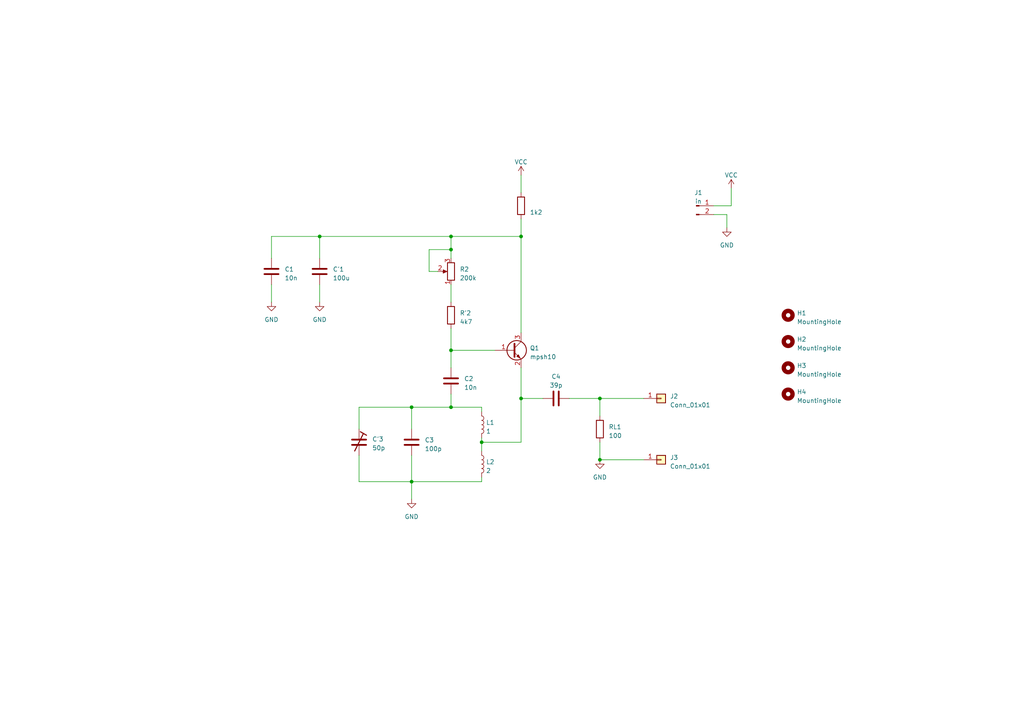
<source format=kicad_sch>
(kicad_sch (version 20230121) (generator eeschema)
  (paper "A4")
  (lib_symbols
    (symbol "Connector:Conn_01x02_Pin" (pin_names (offset 1.016) hide)
      (property "Reference" "J" (at 0 2.54 0))
      (property "Value" "Conn_01x02_Pin" (at 0 -5.08 0))
      (symbol "Conn_01x02_Pin_1_1"
        (polyline (pts (xy 1.27 -2.54) (xy 0.8636 -2.54)) (stroke (width 0.1524)))
        (polyline (pts (xy 1.27 0) (xy 0.8636 0)) (stroke (width 0.1524)))
        (rectangle (start 0.8636 -2.413) (end 0 -2.667) (stroke (width 0.1524)) (fill (type outline)))
        (rectangle (start 0.8636 0.127) (end 0 -0.127) (stroke (width 0.1524)) (fill (type outline)))
        (pin passive line (at 5.08 0 180) (length 3.81) (name "Pin_1") (number "1"))
        (pin passive line (at 5.08 -2.54 180) (length 3.81) (name "Pin_2") (number "2"))
      )
    )
    (symbol "Connector_Generic:Conn_01x01" (pin_names (offset 1.016) hide)
      (property "Reference" "J" (at 0 2.54 0))
      (property "Value" "Conn_01x01" (at 0 -2.54 0))
      (symbol "Conn_01x01_1_1"
        (rectangle (start -1.27 0.127) (end 0 -0.127) (stroke (width 0.1524)))
        (rectangle (start -1.27 1.27) (end 1.27 -1.27) (stroke (width 0.254)) (fill (type background)))
        (pin passive line (at -5.08 0 0) (length 3.81) (name "Pin_1") (number "1"))
      )
    )
    (symbol "Device:C" (pin_numbers hide) (pin_names (offset 0.254))
      (property "Reference" "C" (at 0.635 2.54 0))
      (property "Value" "C" (at 0.635 -2.54 0))
      (symbol "C_0_1"
        (polyline (pts (xy -2.032 -0.762) (xy 2.032 -0.762)) (stroke (width 0.508)))
        (polyline (pts (xy -2.032 0.762) (xy 2.032 0.762)) (stroke (width 0.508)))
      )
      (symbol "C_1_1"
        (pin passive line (at 0 3.81 270) (length 2.794) (name "~") (number "1"))
        (pin passive line (at 0 -3.81 90) (length 2.794) (name "~") (number "2"))
      )
    )
    (symbol "Device:C_Trim" (pin_numbers hide) (pin_names (offset 0.254) hide)
      (property "Reference" "C" (at 1.524 -2.032 0))
      (property "Value" "C_Trim" (at 3.048 -3.556 0))
      (symbol "C_Trim_0_1"
        (polyline (pts (xy -2.032 -0.762) (xy 2.032 -0.762)) (stroke (width 0.508)))
        (polyline (pts (xy -2.032 0.762) (xy 2.032 0.762)) (stroke (width 0.508)))
        (polyline (pts (xy 1.27 2.54) (xy -1.27 -2.54)) (stroke (width 0.3048)))
        (polyline (pts (xy 1.27 2.54) (xy 0.381 3.048)) (stroke (width 0.3048)))
        (polyline (pts (xy 1.27 2.54) (xy 2.159 2.032)) (stroke (width 0.3048)))
      )
      (symbol "C_Trim_1_1"
        (pin passive line (at 0 3.81 270) (length 3.048) (name "~") (number "1"))
        (pin passive line (at 0 -3.81 90) (length 3.048) (name "~") (number "2"))
      )
    )
    (symbol "Device:L" (pin_numbers hide) (pin_names (offset 1.016) hide)
      (property "Reference" "L" (at -1.27 0 90))
      (property "Value" "L" (at 1.905 0 90))
      (symbol "L_0_1"
        (arc (start 0 -2.54) (mid 0.6323 -1.905) (end 0 -1.27))
        (arc (start 0 -1.27) (mid 0.6323 -0.635) (end 0 0))
        (arc (start 0 0) (mid 0.6323 0.635) (end 0 1.27))
        (arc (start 0 1.27) (mid 0.6323 1.905) (end 0 2.54))
      )
      (symbol "L_1_1"
        (pin passive line (at 0 3.81 270) (length 1.27) (name "1") (number "1"))
        (pin passive line (at 0 -3.81 90) (length 1.27) (name "2") (number "2"))
      )
    )
    (symbol "Device:R" (pin_numbers hide) (pin_names (offset 0))
      (property "Reference" "R" (at 2.032 0 90))
      (property "Value" "R" (at 0 0 90))
      (symbol "R_0_1"
        (rectangle (start -1.016 -2.54) (end 1.016 2.54) (stroke (width 0.254)))
      )
      (symbol "R_1_1"
        (pin passive line (at 0 3.81 270) (length 1.27) (name "~") (number "1"))
        (pin passive line (at 0 -3.81 90) (length 1.27) (name "~") (number "2"))
      )
    )
    (symbol "Device:R_Potentiometer" (pin_names (offset 1.016) hide)
      (property "Reference" "RV" (at -4.445 0 90))
      (property "Value" "R_Potentiometer" (at -2.54 0 90))
      (symbol "R_Potentiometer_0_1"
        (polyline (pts (xy 2.54 0) (xy 1.524 0)))
        (polyline (pts (xy 1.143 0) (xy 2.286 0.508) (xy 2.286 -0.508) (xy 1.143 0)) (fill (type outline)))
        (rectangle (start 1.016 2.54) (end -1.016 -2.54) (stroke (width 0.254)))
      )
      (symbol "R_Potentiometer_1_1"
        (pin passive line (at 0 3.81 270) (length 1.27) (name "1") (number "1"))
        (pin passive line (at 3.81 0 180) (length 1.27) (name "2") (number "2"))
        (pin passive line (at 0 -3.81 90) (length 1.27) (name "3") (number "3"))
      )
    )
    (symbol "Mechanical:MountingHole" (pin_names (offset 1.016))
      (property "Reference" "H" (at 0 5.08 0))
      (property "Value" "MountingHole" (at 0 3.175 0))
      (symbol "MountingHole_0_1"
        (circle (center 0 0) (radius 1.27) (stroke (width 1.27)))
      )
    )
    (symbol "Transistor_BJT:BF459" (pin_names (offset 0) hide)
      (property "Reference" "Q1" (at 5.08 0.635 0))
      (property "Value" "mpsh10" (at 5.08 -1.905 0))
      (symbol "BF459_0_1"
        (polyline (pts (xy 0 0) (xy 0.635 0)))
        (polyline (pts (xy 0.635 0.635) (xy 2.54 2.54)))
        (polyline (pts (xy 0.635 -0.635) (xy 2.54 -2.54) (xy 2.54 -2.54)))
        (polyline (pts (xy 0.635 1.905) (xy 0.635 -1.905) (xy 0.635 -1.905)) (stroke (width 0.508)))
        (polyline (pts (xy 1.27 -1.778) (xy 1.778 -1.27) (xy 2.286 -2.286) (xy 1.27 -1.778) (xy 1.27 -1.778)) (fill (type outline)))
        (circle (center 1.27 0) (radius 2.8194) (stroke (width 0.254)))
      )
      (symbol "BF459_1_1"
        (pin input line (at -5.08 0 0) (length 5.08) (name "B") (number "1"))
        (pin passive line (at 2.54 -5.08 90) (length 2.54) (name "E") (number "2"))
        (pin passive line (at 2.54 5.08 270) (length 2.54) (name "C") (number "3"))
      )
    )
    (symbol "power:GND" (power) (pin_names (offset 0))
      (property "Value" "GND" (at 0 -3.81 0))
      (symbol "GND_0_1"
        (polyline (pts (xy 0 0) (xy 0 -1.27) (xy 1.27 -1.27) (xy 0 -2.54) (xy -1.27 -1.27) (xy 0 -1.27)))
      )
      (symbol "GND_1_1"
        (pin power_in line (at 0 0 270) (length 0) hide (name "GND") (number "1"))
      )
    )
    (symbol "power:VCC" (power) (pin_names (offset 0))
      (property "Value" "VCC" (at 0 3.81 0))
      (symbol "VCC_0_1"
        (polyline (pts (xy -0.762 1.27) (xy 0 2.54)))
        (polyline (pts (xy 0 0) (xy 0 2.54)))
        (polyline (pts (xy 0 2.54) (xy 0.762 1.27)))
      )
      (symbol "VCC_1_1"
        (pin power_in line (at 0 0 90) (length 0) hide (name "VCC") (number "1"))
      )
    )
  )
  (junction (at 151.13 115.57))
  (junction (at 139.7 128.27))
  (junction (at 130.81 72.39))
  (junction (at 130.81 68.58))
  (junction (at 130.81 118.11))
  (junction (at 119.38 118.11))
  (junction (at 173.99 115.57))
  (junction (at 130.81 101.6))
  (junction (at 151.13 68.58))
  (junction (at 119.38 139.7))
  (junction (at 173.99 133.35))
  (junction (at 92.71 68.58))
  (wire (pts (xy 78.74 68.58) (xy 92.71 68.58)))
  (wire (pts (xy 165.1 115.57) (xy 173.99 115.57)))
  (wire (pts (xy 119.38 118.11) (xy 119.38 124.46)))
  (wire (pts (xy 151.13 115.57) (xy 157.48 115.57)))
  (wire (pts (xy 130.81 68.58) (xy 130.81 72.39)))
  (wire (pts (xy 139.7 139.7) (xy 119.38 139.7)))
  (wire (pts (xy 92.71 68.58) (xy 130.81 68.58)))
  (wire (pts (xy 151.13 115.57) (xy 151.13 128.27)))
  (wire (pts (xy 151.13 63.5) (xy 151.13 68.58)))
  (wire (pts (xy 151.13 106.68) (xy 151.13 115.57)))
  (wire (pts (xy 130.81 68.58) (xy 151.13 68.58)))
  (wire (pts (xy 210.82 66.04) (xy 210.82 62.23)))
  (wire (pts (xy 139.7 127) (xy 139.7 128.27)))
  (wire (pts (xy 130.81 118.11) (xy 139.7 118.11)))
  (wire (pts (xy 173.99 115.57) (xy 186.69 115.57)))
  (wire (pts (xy 130.81 72.39) (xy 130.81 74.93)))
  (wire (pts (xy 127 78.74) (xy 124.46 78.74)))
  (wire (pts (xy 119.38 118.11) (xy 130.81 118.11)))
  (wire (pts (xy 139.7 138.43) (xy 139.7 139.7)))
  (wire (pts (xy 173.99 128.27) (xy 173.99 133.35)))
  (wire (pts (xy 119.38 139.7) (xy 119.38 144.78)))
  (wire (pts (xy 173.99 115.57) (xy 173.99 120.65)))
  (wire (pts (xy 104.14 139.7) (xy 104.14 132.08)))
  (wire (pts (xy 139.7 118.11) (xy 139.7 119.38)))
  (wire (pts (xy 130.81 95.25) (xy 130.81 101.6)))
  (wire (pts (xy 151.13 50.8) (xy 151.13 55.88)))
  (wire (pts (xy 119.38 139.7) (xy 104.14 139.7)))
  (wire (pts (xy 119.38 132.08) (xy 119.38 139.7)))
  (wire (pts (xy 92.71 82.55) (xy 92.71 87.63)))
  (wire (pts (xy 139.7 128.27) (xy 139.7 130.81)))
  (wire (pts (xy 78.74 82.55) (xy 78.74 87.63)))
  (wire (pts (xy 124.46 72.39) (xy 130.81 72.39)))
  (wire (pts (xy 124.46 78.74) (xy 124.46 72.39)))
  (wire (pts (xy 92.71 68.58) (xy 92.71 74.93)))
  (wire (pts (xy 212.09 59.69) (xy 212.09 54.61)))
  (wire (pts (xy 78.74 74.93) (xy 78.74 68.58)))
  (wire (pts (xy 104.14 118.11) (xy 119.38 118.11)))
  (wire (pts (xy 207.01 59.69) (xy 212.09 59.69)))
  (wire (pts (xy 151.13 128.27) (xy 139.7 128.27)))
  (wire (pts (xy 130.81 101.6) (xy 130.81 106.68)))
  (wire (pts (xy 130.81 82.55) (xy 130.81 87.63)))
  (wire (pts (xy 130.81 114.3) (xy 130.81 118.11)))
  (wire (pts (xy 173.99 133.35) (xy 186.69 133.35)))
  (wire (pts (xy 207.01 62.23) (xy 210.82 62.23)))
  (wire (pts (xy 151.13 96.52) (xy 151.13 68.58)))
  (wire (pts (xy 130.81 101.6) (xy 143.51 101.6)))
  (wire (pts (xy 104.14 124.46) (xy 104.14 118.11)))
  (symbol (lib_id "Mechanical:MountingHole") (at 228.6 114.3 0) (unit 1)
    (property "Reference" "H4" (at 231.14 113.665 0) (effects (justify left)))
    (property "Value" "MountingHole" (at 231.14 116.205 0) (effects (justify left)))
    (property "Footprint" "MountingHole:MountingHole_2.2mm_M2_DIN965_Pad" (effects hide))
  )
  (symbol (lib_id "Device:L") (at 139.7 123.19 0) (unit 1)
    (property "Reference" "L1" (at 140.97 122.555 0) (effects (justify left)))
    (property "Value" "1" (at 140.97 125.095 0) (effects (justify left)))
    (property "Footprint" "Inductor_THT:L_Axial_L7.0mm_D3.3mm_P5.08mm_Vertical_Fastron_MICC" (effects hide))
  )
  (symbol (lib_id "Device:R") (at 130.81 91.44 0) (unit 1)
    (property "Reference" "R'2" (at 133.35 90.805 0) (effects (justify left)))
    (property "Value" "4k7" (at 133.35 93.345 0) (effects (justify left)))
    (property "Footprint" "Resistor_THT:R_Axial_DIN0207_L6.3mm_D2.5mm_P7.62mm_Horizontal" (effects hide))
  )
  (symbol (lib_id "Connector_Generic:Conn_01x01") (at 191.77 115.57 0) (unit 1)
    (property "Reference" "J2" (at 194.31 114.935 0) (effects (justify left)))
    (property "Value" "Conn_01x01" (at 194.31 117.475 0) (effects (justify left)))
    (property "Footprint" "Connector_PinHeader_1.00mm:PinHeader_1x01_P1.00mm_Vertical" (effects hide))
  )
  (symbol (lib_id "Device:C") (at 161.29 115.57 90) (unit 1)
    (property "Reference" "C4" (at 161.29 109.22 90))
    (property "Value" "39p" (at 161.29 111.76 90))
    (property "Footprint" "Capacitor_THT:C_Disc_D7.5mm_W2.5mm_P5.00mm" (effects hide))
  )
  (symbol (lib_id "Device:C") (at 119.38 128.27 0) (unit 1)
    (property "Reference" "C3" (at 123.19 127.635 0) (effects (justify left)))
    (property "Value" "100p" (at 123.19 130.175 0) (effects (justify left)))
    (property "Footprint" "Capacitor_THT:C_Disc_D7.5mm_W2.5mm_P5.00mm" (effects hide))
  )
  (symbol (lib_id "Connector:Conn_01x02_Pin") (at 201.93 59.69 0) (unit 1)
    (property "Reference" "J1" (at 202.565 55.88 0))
    (property "Value" "in" (at 202.565 58.42 0))
    (property "Footprint" "TerminalBlock_Altech:Altech_AK300_1x02_P5.00mm_45-Degree" (effects hide))
  )
  (symbol (lib_id "Device:R") (at 151.13 59.69 0) (unit 1)
    (property "Reference" "R1" (effects hide))
    (property "Value" "1k2" (at 153.67 61.595 0) (effects (justify left)))
    (property "Footprint" "Resistor_THT:R_Axial_DIN0207_L6.3mm_D2.5mm_P7.62mm_Horizontal" (effects hide))
  )
  (symbol (lib_id "Transistor_BJT:BF459") (at 148.59 101.6 0) (unit 1)
    (property "Reference" "Q1" (at 153.67 100.965 0) (effects (justify left)))
    (property "Value" "mpsh10" (at 153.67 103.505 0) (effects (justify left)))
    (property "Footprint" "Package_TO_SOT_THT:TO-92L_Wide" (effects hide))
  )
  (symbol (lib_id "Mechanical:MountingHole") (at 228.6 106.68 0) (unit 1)
    (property "Reference" "H3" (at 231.14 106.045 0) (effects (justify left)))
    (property "Value" "MountingHole" (at 231.14 108.585 0) (effects (justify left)))
    (property "Footprint" "MountingHole:MountingHole_2.2mm_M2_DIN965_Pad" (effects hide))
  )
  (symbol (lib_id "power:VCC") (at 212.09 54.61 0) (unit 1)
    (property "Reference" "#PWR07" (effects hide))
    (property "Value" "VCC" (at 212.09 50.8 0))
  )
  (symbol (lib_id "Device:R_Potentiometer") (at 130.81 78.74 180) (unit 1)
    (property "Reference" "R2" (at 133.35 78.105 0) (effects (justify right)))
    (property "Value" "200k" (at 133.35 80.645 0) (effects (justify right)))
    (property "Footprint" "Potentiometer_THT:Potentiometer_Bourns_3266Y_Vertical" (effects hide))
  )
  (symbol (lib_id "Device:C") (at 92.71 78.74 0) (unit 1)
    (property "Reference" "C'1" (at 96.52 78.105 0) (effects (justify left)))
    (property "Value" "100u" (at 96.52 80.645 0) (effects (justify left)))
    (property "Footprint" "Capacitor_THT:C_Disc_D7.5mm_W2.5mm_P5.00mm" (effects hide))
  )
  (symbol (lib_id "Device:C_Trim") (at 104.14 128.27 0) (unit 1)
    (property "Reference" "C'3" (at 107.95 127.381 0) (effects (justify left)))
    (property "Value" "50p" (at 107.95 129.921 0) (effects (justify left)))
    (property "Footprint" "Capacitor_THT:CP_Radial_D8.0mm_P5.00mm" (effects hide))
  )
  (symbol (lib_id "Device:L") (at 139.7 134.62 0) (unit 1)
    (property "Reference" "L2" (at 140.97 133.985 0) (effects (justify left)))
    (property "Value" "2" (at 140.97 136.525 0) (effects (justify left)))
    (property "Footprint" "Inductor_THT:L_Axial_L9.5mm_D4.0mm_P15.24mm_Horizontal_Fastron_SMCC" (effects hide))
  )
  (symbol (lib_id "power:GND") (at 119.38 144.78 0) (unit 1)
    (property "Reference" "#PWR03" (effects hide))
    (property "Value" "GND" (at 119.38 149.86 0))
  )
  (symbol (lib_id "Device:C") (at 78.74 78.74 0) (unit 1)
    (property "Reference" "C1" (at 82.55 78.105 0) (effects (justify left)))
    (property "Value" "10n" (at 82.55 80.645 0) (effects (justify left)))
    (property "Footprint" "Capacitor_THT:CP_Radial_D8.0mm_P5.00mm" (effects hide))
  )
  (symbol (lib_id "Device:R") (at 173.99 124.46 0) (unit 1)
    (property "Reference" "RL1" (at 176.53 123.825 0) (effects (justify left)))
    (property "Value" "100" (at 176.53 126.365 0) (effects (justify left)))
    (property "Footprint" "Resistor_THT:R_Axial_DIN0207_L6.3mm_D2.5mm_P7.62mm_Horizontal" (effects hide))
  )
  (symbol (lib_id "Mechanical:MountingHole") (at 228.6 99.06 0) (unit 1)
    (property "Reference" "H2" (at 231.14 98.425 0) (effects (justify left)))
    (property "Value" "MountingHole" (at 231.14 100.965 0) (effects (justify left)))
    (property "Footprint" "MountingHole:MountingHole_2.2mm_M2_DIN965_Pad" (effects hide))
  )
  (symbol (lib_id "power:GND") (at 173.99 133.35 0) (unit 1)
    (property "Reference" "#PWR05" (effects hide))
    (property "Value" "GND" (at 173.99 138.43 0))
  )
  (symbol (lib_id "Connector_Generic:Conn_01x01") (at 191.77 133.35 0) (unit 1)
    (property "Reference" "J3" (at 194.31 132.715 0) (effects (justify left)))
    (property "Value" "Conn_01x01" (at 194.31 135.255 0) (effects (justify left)))
    (property "Footprint" "Connector_PinHeader_1.00mm:PinHeader_1x01_P1.00mm_Vertical" (effects hide))
  )
  (symbol (lib_id "Mechanical:MountingHole") (at 228.6 91.44 0) (unit 1)
    (property "Reference" "H1" (at 231.14 90.805 0) (effects (justify left)))
    (property "Value" "MountingHole" (at 231.14 93.345 0) (effects (justify left)))
    (property "Footprint" "MountingHole:MountingHole_2.2mm_M2_DIN965_Pad" (effects hide))
  )
  (symbol (lib_id "power:GND") (at 92.71 87.63 0) (unit 1)
    (property "Reference" "#PWR02" (effects hide))
    (property "Value" "GND" (at 92.71 92.71 0))
  )
  (symbol (lib_id "power:GND") (at 78.74 87.63 0) (unit 1)
    (property "Reference" "#PWR01" (effects hide))
    (property "Value" "GND" (at 78.74 92.71 0))
  )
  (symbol (lib_id "power:VCC") (at 151.13 50.8 0) (unit 1)
    (property "Reference" "#PWR04" (effects hide))
    (property "Value" "VCC" (at 151.13 46.99 0))
  )
  (symbol (lib_id "power:GND") (at 210.82 66.04 0) (unit 1)
    (property "Reference" "#PWR06" (effects hide))
    (property "Value" "GND" (at 210.82 71.12 0))
  )
  (symbol (lib_id "Device:C") (at 130.81 110.49 0) (unit 1)
    (property "Reference" "C2" (at 134.62 109.855 0) (effects (justify left)))
    (property "Value" "10n" (at 134.62 112.395 0) (effects (justify left)))
    (property "Footprint" "Capacitor_THT:C_Disc_D7.5mm_W2.5mm_P5.00mm" (effects hide))
  )
)
</source>
